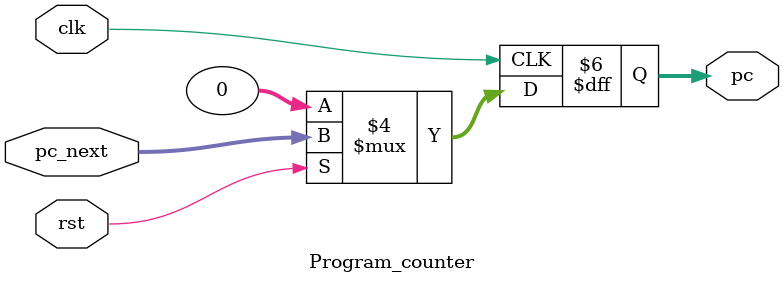
<source format=v>
module Program_counter(pc_next, pc, clk, rst);

output reg [31:0] pc;
input [31:0] pc_next;
input clk, rst;

always @ (posedge clk)
begin
   
  if (rst == 1'b0) begin
    pc <= 32'h00000000;
  end

  else begin
    pc <= pc_next;
  end

end

endmodule
</source>
